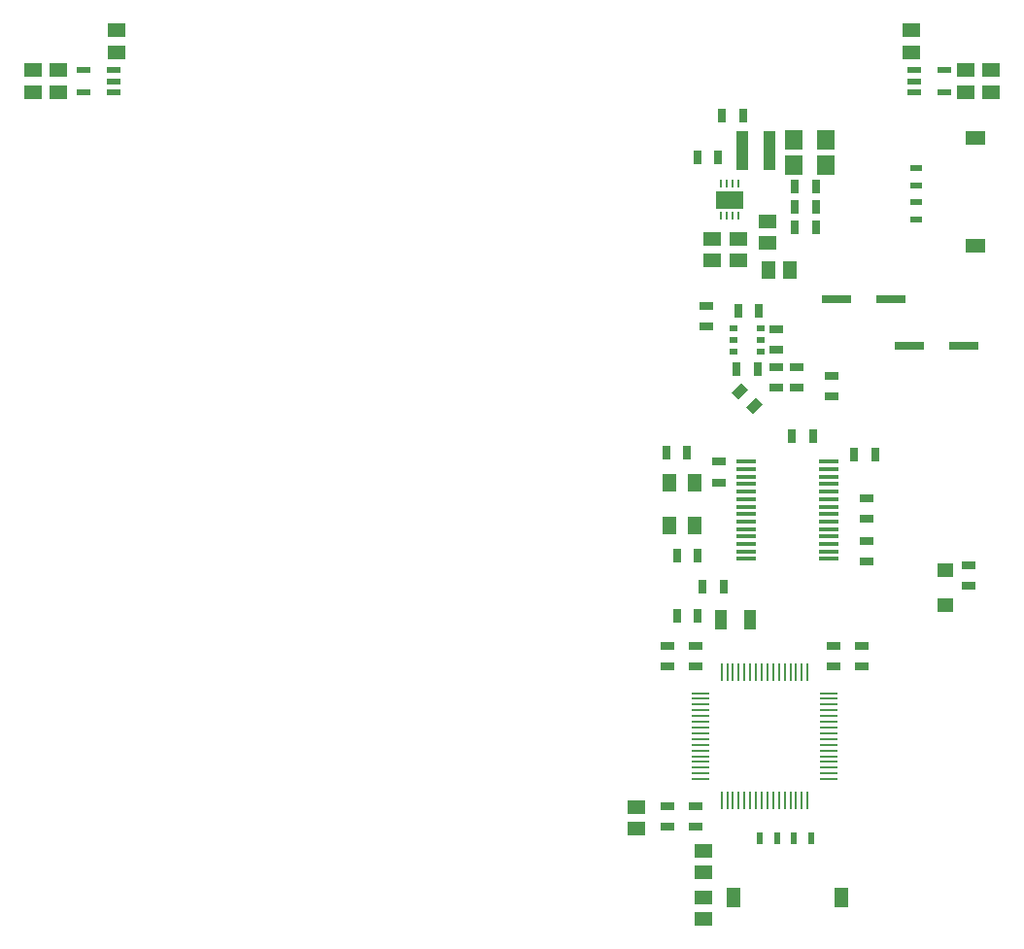
<source format=gtp>
G75*
%MOIN*%
%OFA0B0*%
%FSLAX25Y25*%
%IPPOS*%
%LPD*%
%AMOC8*
5,1,8,0,0,1.08239X$1,22.5*
%
%ADD10R,0.06102X0.00984*%
%ADD11R,0.00984X0.06102*%
%ADD12R,0.06890X0.01575*%
%ADD13R,0.03937X0.07087*%
%ADD14R,0.04724X0.03150*%
%ADD15R,0.03150X0.04724*%
%ADD16R,0.04921X0.06299*%
%ADD17R,0.00984X0.03937*%
%ADD18R,0.03937X0.00984*%
%ADD19R,0.04724X0.02362*%
%ADD20R,0.05906X0.05118*%
%ADD21R,0.02362X0.03937*%
%ADD22R,0.04921X0.07087*%
%ADD23R,0.03937X0.02362*%
%ADD24R,0.07087X0.04921*%
%ADD25R,0.09370X0.06496*%
%ADD26R,0.00984X0.02756*%
%ADD27R,0.03858X0.13386*%
%ADD28R,0.05118X0.05906*%
%ADD29R,0.06299X0.07087*%
%ADD30R,0.02756X0.02000*%
%ADD31R,0.10236X0.03150*%
%ADD32R,0.05512X0.04724*%
D10*
X0242118Y0063214D03*
X0242118Y0065182D03*
X0242118Y0067151D03*
X0242118Y0069119D03*
X0242118Y0071088D03*
X0242118Y0073056D03*
X0242118Y0075025D03*
X0242118Y0076993D03*
X0242118Y0078962D03*
X0242118Y0080930D03*
X0242118Y0082899D03*
X0242118Y0084867D03*
X0242118Y0086836D03*
X0242118Y0088804D03*
X0242118Y0090773D03*
X0242118Y0092741D03*
X0286213Y0092741D03*
X0286213Y0090773D03*
X0286213Y0088804D03*
X0286213Y0086836D03*
X0286213Y0084867D03*
X0286213Y0082899D03*
X0286213Y0080930D03*
X0286213Y0078962D03*
X0286213Y0076993D03*
X0286213Y0075025D03*
X0286213Y0073056D03*
X0286213Y0071088D03*
X0286213Y0069119D03*
X0286213Y0067151D03*
X0286213Y0065182D03*
X0286213Y0063214D03*
D11*
X0278929Y0055930D03*
X0276961Y0055930D03*
X0274992Y0055930D03*
X0273024Y0055930D03*
X0271055Y0055930D03*
X0269087Y0055930D03*
X0267118Y0055930D03*
X0265150Y0055930D03*
X0263181Y0055930D03*
X0261213Y0055930D03*
X0259244Y0055930D03*
X0257276Y0055930D03*
X0255307Y0055930D03*
X0253339Y0055930D03*
X0251370Y0055930D03*
X0249402Y0055930D03*
X0249402Y0100025D03*
X0251370Y0100025D03*
X0253339Y0100025D03*
X0255307Y0100025D03*
X0257276Y0100025D03*
X0259244Y0100025D03*
X0261213Y0100025D03*
X0263181Y0100025D03*
X0265150Y0100025D03*
X0267118Y0100025D03*
X0269087Y0100025D03*
X0271055Y0100025D03*
X0273024Y0100025D03*
X0274992Y0100025D03*
X0276961Y0100025D03*
X0278929Y0100025D03*
D12*
X0286213Y0138844D03*
X0286213Y0141403D03*
X0286213Y0143962D03*
X0286213Y0146521D03*
X0286213Y0149080D03*
X0286213Y0151639D03*
X0286213Y0154198D03*
X0286213Y0156757D03*
X0286213Y0159316D03*
X0286213Y0161875D03*
X0286213Y0164434D03*
X0286213Y0166993D03*
X0286213Y0169553D03*
X0286213Y0172112D03*
X0257866Y0172112D03*
X0257866Y0169553D03*
X0257866Y0166993D03*
X0257866Y0164434D03*
X0257866Y0161875D03*
X0257866Y0159316D03*
X0257866Y0156757D03*
X0257866Y0154198D03*
X0257866Y0151639D03*
X0257866Y0149080D03*
X0257866Y0146521D03*
X0257866Y0143962D03*
X0257866Y0141403D03*
X0257866Y0138844D03*
D13*
X0259087Y0117978D03*
X0249244Y0117978D03*
D14*
X0240543Y0109001D03*
X0240543Y0101915D03*
X0230701Y0101915D03*
X0230701Y0109001D03*
X0230701Y0054041D03*
X0230701Y0046954D03*
X0240543Y0046954D03*
X0240543Y0054041D03*
X0287787Y0101915D03*
X0287787Y0109001D03*
X0297630Y0109001D03*
X0297630Y0101915D03*
X0299106Y0137997D03*
X0299106Y0145084D03*
X0299106Y0152604D03*
X0299106Y0159690D03*
X0334165Y0136521D03*
X0334165Y0129434D03*
X0287165Y0194434D03*
X0287165Y0201521D03*
X0275165Y0204521D03*
X0268165Y0204521D03*
X0268165Y0210434D03*
X0268165Y0217521D03*
X0268165Y0197434D03*
X0275165Y0197434D03*
X0248516Y0172092D03*
X0248516Y0165005D03*
X0244165Y0218434D03*
X0244165Y0225521D03*
D15*
X0255122Y0223978D03*
X0262209Y0223978D03*
X0261709Y0203978D03*
X0254622Y0203978D03*
G36*
X0255104Y0193700D02*
X0252877Y0195927D01*
X0256216Y0199266D01*
X0258443Y0197039D01*
X0255104Y0193700D01*
G37*
G36*
X0260115Y0188689D02*
X0257888Y0190916D01*
X0261227Y0194255D01*
X0263454Y0192028D01*
X0260115Y0188689D01*
G37*
X0273622Y0180978D03*
X0280709Y0180978D03*
X0294992Y0174434D03*
X0302079Y0174434D03*
X0250071Y0129159D03*
X0242984Y0129159D03*
X0241213Y0119316D03*
X0234126Y0119316D03*
X0234126Y0139986D03*
X0241213Y0139986D03*
X0237610Y0175419D03*
X0230524Y0175419D03*
X0274622Y0252478D03*
X0274622Y0259478D03*
X0274622Y0266478D03*
X0281709Y0266478D03*
X0281709Y0259478D03*
X0281709Y0252478D03*
X0248209Y0276478D03*
X0241122Y0276478D03*
X0249622Y0290978D03*
X0256709Y0290978D03*
D16*
X0240031Y0164907D03*
X0231370Y0164907D03*
X0231370Y0150340D03*
X0240031Y0150340D03*
D17*
X0294283Y0174434D03*
D18*
X0299106Y0152289D03*
X0297635Y0101145D03*
X0230770Y0101223D03*
X0230570Y0054504D03*
X0248516Y0164690D03*
D19*
X0315350Y0298988D03*
X0315350Y0302728D03*
X0315350Y0306468D03*
X0325980Y0306468D03*
X0325980Y0298988D03*
X0040980Y0298988D03*
X0040980Y0302728D03*
X0040980Y0306468D03*
X0030350Y0306468D03*
X0030350Y0298988D03*
D20*
X0220165Y0046238D03*
X0220165Y0053718D03*
X0243165Y0038718D03*
X0243165Y0031238D03*
X0243165Y0022718D03*
X0243165Y0015238D03*
X0246165Y0241238D03*
X0246165Y0248718D03*
X0255165Y0248718D03*
X0255165Y0241238D03*
X0265165Y0247238D03*
X0265165Y0254718D03*
X0314415Y0312738D03*
X0314415Y0320218D03*
X0333165Y0306468D03*
X0333165Y0298988D03*
X0341915Y0298988D03*
X0341915Y0306468D03*
X0041915Y0312738D03*
X0041915Y0320218D03*
X0021915Y0306468D03*
X0021915Y0298988D03*
X0013165Y0298988D03*
X0013165Y0306468D03*
D21*
X0262449Y0042978D03*
X0268354Y0042978D03*
X0274260Y0042978D03*
X0280165Y0042978D03*
D22*
X0290421Y0022505D03*
X0253374Y0022505D03*
D23*
X0316165Y0255261D03*
X0316165Y0261167D03*
X0316165Y0267072D03*
X0316165Y0272978D03*
D24*
X0336638Y0283234D03*
X0336638Y0246186D03*
D25*
X0252165Y0261978D03*
D26*
X0251181Y0267490D03*
X0249213Y0267490D03*
X0253150Y0267490D03*
X0255118Y0267490D03*
X0255118Y0256466D03*
X0253150Y0256466D03*
X0251181Y0256466D03*
X0249213Y0256466D03*
D27*
X0256500Y0278978D03*
X0265831Y0278978D03*
D28*
X0265425Y0237978D03*
X0272906Y0237978D03*
D29*
X0274154Y0273978D03*
X0274154Y0282478D03*
X0285177Y0282478D03*
X0285177Y0273978D03*
D30*
X0262740Y0217915D03*
X0262740Y0213978D03*
X0262740Y0210041D03*
X0253591Y0210041D03*
X0253591Y0213978D03*
X0253591Y0217915D03*
D31*
X0288717Y0227978D03*
X0307614Y0227978D03*
X0313717Y0211978D03*
X0332614Y0211978D03*
D32*
X0326165Y0134883D03*
X0326165Y0123072D03*
M02*

</source>
